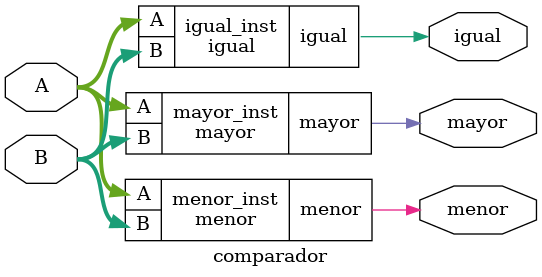
<source format=v>
module menor(
    input [3:0] A,
    input [3:0] B,
    output reg menor
);
    always @(*) begin
        if (A < B) begin
            menor = 1'b1;
        end else begin
            menor = 1'b0;
        end
    end
endmodule

module igual(
    input [3:0] A,
    input [3:0] B,
    output reg igual
);
    always @(*) begin
        if (A == B) begin
            igual = 1'b1;
        end else begin
            igual = 1'b0;
        end
    end
endmodule

module mayor(
    input [3:0] A,
    input [3:0] B,
    output reg mayor
);
    always @(*) begin
        if (A > B) begin
            mayor = 1'b1;
        end else begin
            mayor = 1'b0;
        end
    end
endmodule

module comparador(
    input [3:0] A,
    input [3:0] B,
    output menor,
    output igual,
    output mayor
);
    menor menor_inst (
        .A(A),
        .B(B),
        .menor(menor)
    );

    igual igual_inst (
        .A(A),
        .B(B),
        .igual(igual)
    );

    mayor mayor_inst (
        .A(A),
        .B(B),
        .mayor(mayor)
    );
endmodule
</source>
